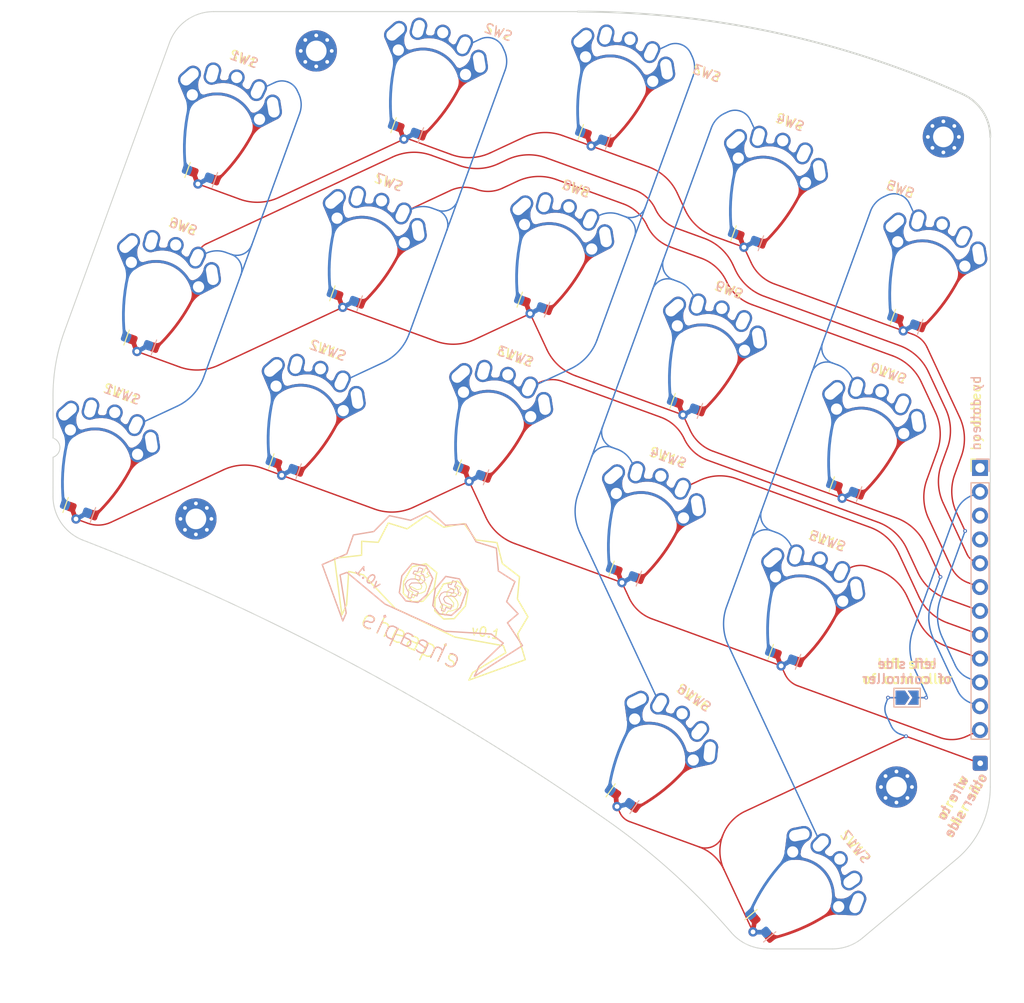
<source format=kicad_pcb>
(kicad_pcb (version 20211014) (generator pcbnew)
  (layers (0 "F.Cu" signal) (31 "B.Cu" signal) (34 "B.Paste" user) (35 "F.Paste" user) (36 "B.SilkS" user "B.Silkscreen") (37 "F.SilkS" user "F.Silkscreen") (38 "B.Mask" user) (39 "F.Mask" user) (44 "Edge.Cuts" user))
  (net 0 "")
  (net 1 "row4")
  (net 2 "col1")
  (net 3 "row1")
  (net 4 "col2")
  (net 5 "col3")
  (net 6 "col4")
  (net 7 "col5")
  (net 8 "row2")
  (net 9 "row3")
  (net 13 "Net-(JP1-Pad2)")
  (footprint "dotleon:SW_MX_GATLP_CHOC_reversible" (layer "F.Cu") (at 86.587042 89.089731 -20)
    (fp_text reference "SW8")
    (fp_text value "SW_Diode_Combined")
  )
  (footprint "dotleon:SW_MX_GATLP_CHOC_reversible" (layer "F.Cu") (at 97.281338 142.370654 -35)
    (fp_text reference "SW16")
    (fp_text value "SW_Diode_Combined")
  )
  (footprint "dotleon:SW_MX_GATLP_CHOC_reversible" (layer "F.Cu") (at 66.613726 88.413684 -20)
    (fp_text reference "SW7")
    (fp_text value "SW_Diode_Combined")
  )
  (footprint "dotleon:SW_MX_GATLP_CHOC_reversible" (layer "F.Cu") (at 109.376387 82.011262 -20)
    (fp_text reference "SW4")
    (fp_text value "SW_Diode_Combined")
  )
  (footprint "MountingHole:MountingHole_2.2mm_M2_Pad_Via" (layer "F.Cu") (at 48.850157 116.775446)
    (fp_text reference "H3")
    (fp_text value "MountingHole")
  )
  (footprint "dotleon:SW_MX_GATLP_CHOC_reversible" (layer "F.Cu") (at 126.357877 90.924828 -20)
    (fp_text reference "SW5")
    (fp_text value "SW_Diode_Combined")
  )
  (footprint "dotleon:SW_MX_GATLP_CHOC_reversible" (layer "F.Cu") (at 102.877486 99.884389 -20)
    (fp_text reference "SW9")
    (fp_text value "SW_Diode_Combined")
  )
  (footprint "dotleon:promicro_half" (layer "F.Cu") (at 132.426387 111.341261)
    (fp_text reference "U1")
    (fp_text value "ProMicro")
  )
  (footprint "MountingHole:MountingHole_2.2mm_M2_Pad_Via" (layer "F.Cu") (at 123.519877 145.352724)
    (fp_text reference "H4")
    (fp_text value "MountingHole")
  )
  (footprint "Jumper:SolderJumper-2_P1.3mm_Open_TrianglePad1.0x1.5mm" (layer "F.Cu") (at 124.650387 135.827262)
    (fp_text reference "JP2")
    (fp_text value "SolderJumper_2_Open")
  )
  (footprint "dotleon:SW_MX_GATLP_CHOC_reversible" (layer "F.Cu") (at 119.844121 108.76275 -20)
    (fp_text reference "SW10")
    (fp_text value "SW_Diode_Combined")
  )
  (footprint "MountingHole:MountingHole_2.2mm_M2_Pad_Via" (layer "F.Cu") (at 61.675328 66.896167)
    (fp_text reference "H1")
    (fp_text value "MountingHole")
  )
  (footprint "dotleon:SW_MX_GATLP_CHOC_reversible" (layer "F.Cu") (at 113.339573 126.633849 -20)
    (fp_text reference "SW15")
    (fp_text value "SW_Diode_Combined")
  )
  (footprint "dotleon:SW_MX_GATLP_CHOC_reversible" (layer "F.Cu") (at 51.179015 75.267916 -20)
    (fp_text reference "SW1")
    (fp_text value "SW_Diode_Combined")
  )
  (footprint "dotleon:SW_MX_GATLP_CHOC_reversible" (layer "F.Cu") (at 93.09158 71.218657 -20)
    (fp_text reference "SW3")
    (fp_text value "SW_Diode_Combined")
  )
  (footprint "Connector_Wire:SolderWire-0.1sqmm_1x01_D0.4mm_OD1mm" (layer "F.Cu") (at 132.446386 142.821262)
    (fp_text reference "J1")
    (fp_text value "Conn_01x01")
  )
  (footprint "MountingHole:MountingHole_2.2mm_M2_Pad_Via" (layer "F.Cu") (at 128.519877 76.062098)
    (fp_text reference "H2")
    (fp_text value "MountingHole")
  )
  (footprint "dotleon:SW_MX_GATLP_CHOC_reversible" (layer "F.Cu") (at 112.962957 156.821847 -50)
    (fp_text reference "SW17")
    (fp_text value "SW_Diode_Combined")
  )
  (footprint "dotleon:SW_MX_GATLP_CHOC_reversible" (layer "F.Cu") (at 73.137418 70.489987 -20)
    (fp_text reference "SW2")
    (fp_text value "SW_Diode_Combined")
  )
  (footprint "dotleon:SW_MX_GATLP_CHOC_reversible" (layer "F.Cu") (at 96.372938 117.755486 -20)
    (fp_text reference "SW14")
    (fp_text value "SW_Diode_Combined")
  )
  (footprint "dotleon:SW_MX_GATLP_CHOC_reversible" (layer "F.Cu") (at 80.082495 106.960829 -20)
    (fp_text reference "SW13")
    (fp_text value "SW_Diode_Combined")
  )
  (footprint "dotleon:SW_MX_GATLP_CHOC_reversible" (layer "F.Cu") (at 44.680625 93.122099 -20)
    (fp_text reference "SW6")
    (fp_text value "SW_Diode_Combined")
  )
  (footprint "dotleon:SW_MX_GATLP_CHOC_reversible" (layer "F.Cu") (at 60.105751 106.317588 -20)
    (fp_text reference "SW12")
    (fp_text value "SW_Diode_Combined")
  )
  (footprint "dotleon:SW_MX_GATLP_CHOC_reversible_sideofpcb" (layer "F.Cu") (at 38.182241 110.976259 -20)
    (fp_text reference "SW11")
    (fp_text value "SW_Diode_Combined")
  )
  (footprint "Jumper:SolderJumper-2_P1.3mm_Open_TrianglePad1.0x1.5mm" (layer "B.Cu") (at 124.650387 135.827262)
    (fp_text reference "JP1")
    (fp_text value "SolderJumper_2_Open")
  )
  (gr_poly (pts (xy 75.475668 122.903522) (xy 74.36586 124.225766) (xy 74.09744 126.010688) (xy 74.788104 126.894421) (xy 76.077334 127.061405) (xy 77.023742 126.222175) (xy 77.663938 124.513331) (xy 76.938106 123.17051)) (layer "B.SilkS") (width 0.15) (fill none))
  (gr_poly (pts (xy 76.212132 123.359441) (xy 76.070709 123.78371) (xy 75.717157 123.712996) (xy 75.779663 124.081503) (xy 76.274638 124.293635) (xy 76.353553 124.49081) (xy 76.282843 124.702944) (xy 75.717156 124.561522) (xy 75.329492 124.556704) (xy 75.006288 124.716511) (xy 74.758684 125.145378) (xy 74.86863 125.551473) (xy 75.010048 125.834319) (xy 75.151471 125.975737) (xy 75.010049 126.541423) (xy 75.363603 126.612136) (xy 75.505025 126.187869) (xy 76 126.4) (xy 76.141419 125.975737) (xy 75.434314 125.692895) (xy 75.239303 125.312921) (xy 75.389303 125.053114) (xy 76 124.985787) (xy 76.494973 125.056497) (xy 76.848526 124.702942) (xy 76.707104 124.137257) (xy 76.424262 123.995839) (xy 76.636395 123.500863)) (layer "B.SilkS") (width 0.1) (fill none))
  (gr_poly (pts (xy 71.907783 121.526598) (xy 70.797974 122.848841) (xy 70.529549 124.633762) (xy 71.220218 125.517496) (xy 72.509447 125.684481) (xy 73.455858 124.845251) (xy 74.096053 123.136406) (xy 73.370219 121.793584)) (layer "B.SilkS") (width 0.15) (fill none))
  (gr_poly (pts (xy 75.464285 117.461853) (xy 73.80903 115.928841) (xy 71.733195 116.92429) (xy 69.477943 116.430507) (xy 67.808327 118.122367) (xy 65.63608 118.484799) (xy 64.932494 120.503454) (xy 62.310251 121.645317) (xy 64.503775 127.646016) (xy 64.867171 126.816594) (xy 64.215506 122.745315) (xy 64.948517 122.475699) (xy 69.001852 125.85512) (xy 75.414027 128.748902) (xy 80.324539 129.043645) (xy 81.61018 130.016851) (xy 79.044153 132.461337) (xy 78.530758 133.550569) (xy 83.655626 130.274032) (xy 82.053963 127.848198) (xy 83.186974 126.885762) (xy 81.964733 125.602749) (xy 82.854925 123.46089) (xy 81.086271 122.324288) (xy 80.873834 119.892239) (xy 78.71858 119.225252) (xy 77.623134 117.322626)) (layer "B.SilkS") (width 0.15) (fill none))
  (gr_poly (pts (xy 72.624857 121.969204) (xy 72.483437 122.393471) (xy 72.129879 122.322759) (xy 71.988459 122.6056) (xy 72.695567 122.888442) (xy 72.766277 123.100577) (xy 72.695565 123.312705) (xy 72.12988 123.171285) (xy 71.719904 123.195551) (xy 71.3967 123.355357) (xy 71.139935 123.736971) (xy 71.281353 124.161234) (xy 71.422777 124.444077) (xy 71.564196 124.585501) (xy 71.422774 125.151185) (xy 71.77633 125.221896) (xy 71.917748 124.79763) (xy 72.412723 125.009764) (xy 72.554147 124.585501) (xy 71.847037 124.302658) (xy 71.564194 123.878394) (xy 71.829711 123.605358) (xy 72.412722 123.59555) (xy 72.907698 123.66626) (xy 73.261254 123.312708) (xy 73.11983 122.74702) (xy 72.836991 122.6056) (xy 73.049122 122.110626)) (layer "B.SilkS") (width 0.1) (fill none))
  (gr_poly (pts (xy 74.526437 122.5073) (xy 74.226911 124.207384) (xy 73.032118 125.560332) (xy 71.911189 125.599304) (xy 70.954571 124.719032) (xy 70.989119 123.454596) (xy 71.88666 121.865753) (xy 73.381876 121.558624)) (layer "F.SilkS") (width 0.15) (fill none))
  (gr_poly (pts (xy 77.074634 124.09058) (xy 76.840529 124.471627) (xy 77.121961 124.697014) (xy 76.996194 124.987156) (xy 76.325003 124.627288) (xy 76.117048 124.709477) (xy 76 124.9) (xy 76.47195 125.242437) (xy 76.71689 125.572095) (xy 76.802223 125.922405) (xy 76.674935 126.364396) (xy 76.259028 126.528773) (xy 75.951454 126.602245) (xy 75.752215 126.584816) (xy 75.409779 127.056766) (xy 75.12835 126.831378) (xy 75.362454 126.450333) (xy 74.881786 126.207517) (xy 75.115885 125.82647) (xy 75.787077 126.186339) (xy 76.293888 126.130298) (xy 76.332376 125.751396) (xy 75.965137 125.29848) (xy 75.592805 124.964757) (xy 75.636381 124.46666) (xy 76.160629 124.211379) (xy 76.450768 124.337143) (xy 76.693586 123.856478)) (layer "F.SilkS") (width 0.1) (fill none))
  (gr_poly (pts (xy 73.703793 122.236195) (xy 73.46969 122.617245) (xy 73.751119 122.842629) (xy 73.428647 123.031616) (xy 72.947982 122.788801) (xy 72.746211 122.855091) (xy 72.629159 123.045614) (xy 73.10111 123.388051) (xy 73.353987 123.681921) (xy 73.439319 124.032231) (xy 73.269945 124.49758) (xy 72.888187 124.674389) (xy 72.580612 124.747863) (xy 72.381375 124.73043) (xy 72.038938 125.202381) (xy 71.75751 124.976996) (xy 71.991612 124.595949) (xy 71.510945 124.353131) (xy 71.745048 123.972086) (xy 72.416237 124.331953) (xy 72.832663 124.237099) (xy 72.935269 123.955191) (xy 72.594296 123.444093) (xy 72.221966 123.110373) (xy 72.265545 122.612275) (xy 72.78979 122.356995) (xy 73.07993 122.482761) (xy 73.322747 122.002095)) (layer "F.SilkS") (width 0.1) (fill none))
  (gr_poly (pts (xy 77.874615 124.355389) (xy 77.575089 126.055473) (xy 76.3803 127.408423) (xy 75.259369 127.447392) (xy 74.302749 126.567121) (xy 74.337296 125.302683) (xy 75.234838 123.713842) (xy 76.730056 123.406714)) (layer "F.SilkS") (width 0.15) (fill none))
  (gr_poly (pts (xy 78.702315 119.018183) (xy 80.940647 119.30078) (xy 81.512411 121.530825) (xy 83.340319 122.941051) (xy 83.117488 125.307557) (xy 84.23614 127.204562) (xy 83.142019 129.041106) (xy 83.952848 131.783835) (xy 77.946073 133.960675) (xy 78.347861 133.149153) (xy 81.885524 131.03139) (xy 81.620891 130.296565) (xy 76.426673 129.363782) (xy 70.088239 126.311858) (xy 66.706037 122.739645) (xy 65.134123 122.380351) (xy 64.910948 125.917326) (xy 64.406553 127.010756) (xy 63.622323 120.97876) (xy 66.510151 120.646411) (xy 66.519134 119.159831) (xy 68.287619 119.271418) (xy 69.356174 117.21273) (xy 71.363731 117.837006) (xy 73.36334 116.436449) (xy 75.259654 117.658738) (xy 77.421289 117.274914)) (layer "F.SilkS") (width 0.15) (fill none))
  (gr_line (start 50.7388 62.705987) (end 89.560457 62.705987) (layer "Edge.Cuts") (width 0.1))
  (gr_arc (start 92.69345 148.92163) (mid 99.67823 154.491016) (end 105.926009 160.87619) (layer "Edge.Cuts") (width 0.1))
  (gr_line (start 33.626386 108.161262) (end 33.620242 103.646355) (layer "Edge.Cuts") (width 0.1))
  (gr_line (start 133.519877 76.062098) (end 133.519877 145.352724) (layer "Edge.Cuts") (width 0.1))
  (gr_line (start 129.947753 153.013169) (end 119.909731 161.436069) (layer "Edge.Cuts") (width 0.1))
  (gr_arc (start 89.560457 62.705987) (mid 110.531754 64.929688) (end 130.570373 71.501893) (layer "Edge.Cuts") (width 0.2))
  (gr_arc (start 133.519877 145.352724) (mid 132.582954 149.578906) (end 129.947753 153.013169) (layer "Edge.Cuts") (width 0.1))
  (gr_arc (start 130.570373 71.501893) (mid 132.718239 73.346631) (end 133.519877 76.062098) (layer "Edge.Cuts") (width 0.2))
  (gr_line (start 34.82639 96.805952) (end 46.040337 65.995886) (layer "Edge.Cuts") (width 0.1))
  (gr_arc (start 46.040337 65.995886) (mid 47.870914 63.61022) (end 50.7388 62.705987) (layer "Edge.Cuts") (width 0.1))
  (gr_arc (start 33.620242 103.646355) (mid 33.924089 100.173392) (end 34.82639 96.805952) (layer "Edge.Cuts") (width 0.1))
  (gr_arc (start 119.909731 161.436069) (mid 118.405895 162.304314) (end 116.695793 162.605847) (layer "Edge.Cuts") (width 0.1))
  (gr_arc (start 109.708185 162.605847) (mid 107.628729 162.152917) (end 105.926009 160.87619) (layer "Edge.Cuts") (width 0.1))
  (gr_line (start 116.695793 162.605847) (end 109.708185 162.605847) (layer "Edge.Cuts") (width 0.1))
  (gr_arc (start 36.809902 119.04064) (mid 65.653201 132.295099) (end 92.69345 148.92163) (layer "Edge.Cuts") (width 0.1))
  (gr_arc (start 33.626386 108.161262) (mid 34.351936 109.181262) (end 33.626386 110.201262) (layer "Edge.Cuts") (width 0.1))
  (gr_arc (start 36.809902 119.04064) (mid 34.494015 117.203729) (end 33.620242 114.379882) (layer "Edge.Cuts") (width 0.1))
  (gr_line (start 33.620242 114.379882) (end 33.626386 110.201262) (layer "Edge.Cuts") (width 0.1))
  (gr_text "left side\nof controller" (at 124.650387 133.033262) (layer "B.SilkS") (effects (font (size 1 1) (thickness 0.2)) (justify mirror)))
  (gr_text "wire to\nother side" (at 130.2 146.9 60) (layer "B.SilkS") (effects (font (size 1 1) (thickness 0.2)) (justify mirror)))
  (gr_text "v0.1" (at 67.226891 122.990828 -40) (layer "B.SilkS") (effects (font (size 1 1)) (justify mirror)))
  (gr_text "by dotleon" (at 132 105.5 90) (layer "B.SilkS") (effects (font (size 1 1)) (justify mirror)))
  (gr_text "cheapis" (at 71.848873 129.585313 -25) (layer "B.SilkS") (effects (font (size 2 2)) (justify mirror)))
  (gr_text "by dotleon" (at 132 105.5 90) (layer "F.SilkS") (effects (font (size 1 1))))
  (gr_text "wire to\nother side" (at 130.2 146.9 60) (layer "F.SilkS") (effects (font (size 1 1) (thickness 0.2))))
  (gr_text "v0.1" (at 79.76177 128.882348 -10) (layer "F.SilkS") (effects (font (size 1 1))))
  (gr_text "cheapis" (at 71.739148 129.580559 -25) (layer "F.SilkS") (effects (font (size 2 2))))
  (gr_text "left side\nof controller" (at 124.650387 133.033262) (layer "F.SilkS") (effects (font (size 1 1) (thickness 0.2))))
  (segment (start 102.490727 151.738442) (end 95.064026 149.035344) (width 0.15) (layer "F.Cu") (net 1))
  (segment (start 124.537415 139.942632) (end 107.404425 147.931875) (width 0.15) (layer "F.Cu") (net 1))
  (segment (start 105.136528 154.162871) (end 108.228802 160.794275) (width 0.15) (layer "F.Cu") (net 1))
  (segment (start 122.618386 135.827262) (end 123.925387 135.827262) (width 0.15) (layer "F.Cu") (net 1))
  (segment (start 94.050921 148.107004) (end 93.736635 147.433014) (width 0.15) (layer "F.Cu") (net 1))
  (segment (start 124.537415 139.942632) (end 132.446386 142.821262) (width 0.15) (layer "F.Cu") (net 1))
  (via (at 122.618386 135.827262) (size 0.4) (drill 0.2) (layers "F.Cu" "B.Cu") (net 1))
  (via (at 124.537415 139.942632) (size 0.4) (drill 0.2) (layers "F.Cu" "B.Cu") (net 1))
  (arc (start 94.050921 148.107004) (mid 94.465145 148.671933) (end 95.064026 149.035344) (width 0.15) (layer "F.Cu") (net 1))
  (arc (start 107.404425 147.931875) (mid 105.929069 149.013651) (end 104.979995 150.577677) (width 0.15) (layer "F.Cu") (net 1))
  (arc (start 105.136528 154.162871) (mid 104.054752 152.687515) (end 102.490727 151.738442) (width 0.15) (layer "F.Cu") (net 1))
  (arc (start 104.979995 150.577677) (mid 104.701691 152.385842) (end 105.136528 154.162871) (width 0.15) (layer "F.Cu") (net 1))
  (arc (start 102.490727 151.738442) (mid 103.975763 151.673603) (end 104.979995 150.577677) (width 0.15) (layer "F.Cu") (net 1))
  (segment (start 122.618386 135.827262) (end 123.925387 135.827262) (width 0.15) (layer "B.Cu") (net 1))
  (segment (start 124.537415 139.942632) (end 123.89829 139.71001) (width 0.15) (layer "B.Cu") (net 1))
  (segment (start 122.618386 135.827262) (end 122.385764 136.466386) (width 0.15) (layer "B.Cu") (net 1))
  (segment (start 122.440582 137.721927) (end 122.971726 138.86097) (width 0.15) (layer "B.Cu") (net 1))
  (arc (start 122.971726 138.86097) (mid 123.350566 139.377642) (end 123.89829 139.71001) (width 0.15) (layer "B.Cu") (net 1))
  (arc (start 122.385764 136.466386) (mid 122.288302 137.099609) (end 122.440582 137.721927) (width 0.15) (layer "B.Cu") (net 1))
  (segment (start 69.801876 78.207532) (end 49.953933 87.46278) (width 0.15) (layer "F.Cu") (net 2))
  (segment (start 103.013614 86.864928) (end 100.044476 85.78425) (width 0.15) (layer "F.Cu") (net 2))
  (segment (start 73.962693 78.025868) (end 76.924673 79.10394) (width 0.15) (layer "F.Cu") (net 2))
  (segment (start 106.084213 89.678613) (end 106.342656 90.232845) (width 0.15) (layer "F.Cu") (net 2))
  (segment (start 82.037052 78.478553) (end 81.08549 78.922275) (width 0.15) (layer "F.Cu") (net 2))
  (segment (start 126.928877 101.117774) (end 128.765175 105.055727) (width 0.15) (layer "F.Cu") (net 2))
  (segment (start 86.19787 78.296889) (end 95.6133 81.723825) (width 0.15) (layer "F.Cu") (net 2))
  (segment (start 128.320747 110.936722) (end 128.94684 109.216544) (width 0.15) (layer "F.Cu") (net 2))
  (segment (start 49.160054 88.329148) (end 48.942544 88.92675) (width 0.15) (layer "F.Cu") (net 2))
  (segment (start 131.04279 120.545398) (end 128.502411 115.097539) (width 0.15) (layer "F.Cu") (net 2))
  (segment (start 123.858278 98.304089) (end 109.413254 93.04653) (width 0.15) (layer "F.Cu") (net 2))
  (segment (start 131.861593 121.295693) (end 132.426387 121.501262) (width 0.15) (layer "F.Cu") (net 2))
  (arc (start 126.928877 101.117774) (mid 125.673415 99.405541) (end 123.858278 98.304089) (width 0.15) (layer "F.Cu") (net 2))
  (arc (start 128.765175 105.055727) (mid 129.269826 107.118067) (end 128.94684 109.216544) (width 0.15) (layer "F.Cu") (net 2))
  (arc (start 131.04279 120.545398) (mid 131.37757 121.001981) (end 131.861593 121.295693) (width 0.15) (layer "F.Cu") (net 2))
  (arc (start 128.320747 110.936722) (mid 127.99776 113.035198) (end 128.502411 115.097539) (width 0.15) (layer "F.Cu") (net 2))
  (arc (start 73.962693 78.025868) (mid 71.864217 77.702881) (end 69.801876 78.207532) (width 0.15) (layer "F.Cu") (net 2))
  (arc (start 106.342656 90.232845) (mid 107.598117 91.945077) (end 109.413254 93.04653) (width 0.15) (layer "F.Cu") (net 2))
  (arc (start 81.08549 78.922275) (mid 79.023149 79.426926) (end 76.924673 79.10394) (width 0.15) (layer "F.Cu") (net 2))
  (arc (start 86.19787 78.296889) (mid 84.099393 77.973902) (end 82.037052 78.478553) (width 0.15) (layer "F.Cu") (net 2))
  (arc (start 106.084213 89.678613) (mid 104.828752 87.966381) (end 103.013614 86.864928) (width 0.15) (layer "F.Cu") (net 2))
  (arc (start 49.953933 87.46278) (mid 49.470827 87.817007) (end 49.160054 88.329148) (width 0.15) (layer "F.Cu") (net 2))
  (arc (start 97.828888 83.754038) (mid 98.734765 84.989497) (end 100.044476 85.78425) (width 0.15) (layer "F.Cu") (net 2))
  (arc (start 97.828888 83.754038) (mid 96.923011 82.518577) (end 95.6133 81.723825) (width 0.15) (layer "F.Cu") (net 2))
  (segment (start 49.669275 101.690749) (end 53.640157 90.780841) (width 0.15) (layer "B.Cu") (net 2))
  (segment (start 55.987721 84.330962) (end 59.904766 73.568967) (width 0.15) (layer "B.Cu") (net 2))
  (segment (start 54.813939 87.555901) (end 53.640157 90.780841) (width 0.15) (layer "B.Cu") (net 2))
  (segment (start 55.987721 84.330962) (end 54.813939 87.555901) (width 0.15) (layer "B.Cu") (net 2))
  (segment (start 52.614577 88.58148) (end 52.018197 88.364415) (width 0.15) (layer "B.Cu") (net 2))
  (segment (start 57.262724 70.260573) (end 55.462275 71.100137) (width 0.15) (layer "B.Cu") (net 2))
  (segment (start 49.955326 88.454482) (end 48.942544 88.92675) (width 0.15) (layer "B.Cu") (net 2))
  (segment (start 59.649894 71.129432) (end 59.81358 71.480457) (width 0.15) (layer "B.Cu") (net 2))
  (segment (start 46.855589 104.761348) (end 42.465501 106.80848) (width 0.15) (layer "B.Cu") (net 2))
  (arc (start 59.81358 71.480457) (mid 60.066888 72.515643) (end 59.904766 73.568967) (width 0.15) (layer "B.Cu") (net 2))
  (arc (start 58.636256 70.200604) (mid 57.943525 70.093982) (end 57.262724 70.260573) (width 0.15) (layer "B.Cu") (net 2))
  (arc (start 59.649894 71.129432) (mid 59.235452 70.564205) (end 58.636256 70.200604) (width 0.15) (layer "B.Cu") (net 2))
  (arc (start 49.669275 101.690749) (mid 48.567822 103.505886) (end 46.855589 104.761348) (width 0.15) (layer "B.Cu") (net 2))
  (arc (start 52.614577 88.58148) (mid 53.926662 88.524193) (end 54.813939 87.555901) (width 0.15) (layer "B.Cu") (net 2))
  (arc (start 52.018197 88.364415) (mid 50.977804 88.204283) (end 49.955326 88.454482) (width 0.15) (layer "B.Cu") (net 2))
  (arc (start 53.640157 90.780841) (mid 53.582869 89.468756) (end 52.614577 88.58148) (width 0.15) (layer "B.Cu") (net 2))
  (segment (start 71.023734 76.297287) (end 71.140112 76.243019) (width 0.15) (layer "F.Cu") (net 3))
  (segment (start 126.776183 98.481364) (end 130.253206 105.937863) (width 0.15) (layer "F.Cu") (net 3))
  (segment (start 97.091397 79.25109) (end 90.977896 77.025958) (width 0.15) (layer "F.Cu") (net 3))
  (segment (start 71.377155 76.232669) (end 76.071618 77.941314) (width 0.15) (layer "F.Cu") (net 3))
  (segment (start 124.244193 96.732129) (end 110.503867 91.731059) (width 0.15) (layer "F.Cu") (net 3))
  (segment (start 104.060021 86.652881) (end 107.262703 87.818562) (width 0.15) (layer "F.Cu") (net 3))
  (segment (start 129.73236 112.028814) (end 130.434871 110.09868) (width 0.15) (layer "F.Cu") (net 3))
  (segment (start 124.244193 96.732129) (end 125.277767 97.108319) (width 0.15) (layer "F.Cu") (net 3))
  (segment (start 107.262703 87.818562) (end 108.030114 89.464282) (width 0.15) (layer "F.Cu") (net 3))
  (segment (start 129.909034 116.075305) (end 130.835426 118.06196) (width 0.15) (layer "F.Cu") (net 3))
  (segment (start 87.944642 75.921944) (end 90.977896 77.025958) (width 0.15) (layer "F.Cu") (net 3))
  (segment (start 53.525146 82.698456) (end 49.065331 81.075216) (width 0.15) (layer "F.Cu") (net 3))
  (segment (start 83.783825 76.103608) (end 80.232435 77.759649) (width 0.15) (layer "F.Cu") (net 3))
  (segment (start 71.023734 76.297287) (end 57.685963 82.516791) (width 0.15) (layer "F.Cu") (net 3))
  (segment (start 100.989422 83.839196) (end 100.161996 82.064775) (width 0.15) (layer "F.Cu") (net 3))
  (via (at 130.835426 118.06196) (size 0.4) (drill 0.2) (layers "F.Cu" "B.Cu") (net 3))
  (arc (start 87.944642 75.921944) (mid 85.846166 75.598957) (end 83.783825 76.103608) (width 0.15) (layer "F.Cu") (net 3))
  (arc (start 80.232435 77.759649) (mid 78.170094 78.2643) (end 76.071618 77.941314) (width 0.15) (layer "F.Cu") (net 3))
  (arc (start 71.377155 76.232669) (mid 71.257604 76.214268) (end 71.140112 76.243019) (width 0.15) (layer "F.Cu") (net 3))
  (arc (start 108.030114 89.464282) (mid 109.041546 90.843701) (end 110.503867 91.731059) (width 0.15) (layer "F.Cu") (net 3))
  (arc (start 130.253206 105.937863) (mid 130.757857 108.000203) (end 130.434871 110.09868) (width 0.15) (layer "F.Cu") (net 3))
  (arc (start 100.161996 82.064775) (mid 98.906534 80.352542) (end 97.091397 79.25109) (width 0.15) (layer "F.Cu") (net 3))
  (arc (start 129.73236 112.028814) (mid 129.418248 114.06963) (end 129.909034 116.075305) (width 0.15) (layer "F.Cu") (net 3))
  (arc (start 126.776183 98.481364) (mid 126.163533 97.645815) (end 125.277767 97.108319) (width 0.15) (layer "F.Cu") (net 3))
  (arc (start 57.685963 82.516791) (mid 55.623622 83.021442) (end 53.525146 82.698456) (width 0.15) (layer "F.Cu") (net 3))
  (arc (start 100.989422 83.839196) (mid 102.244883 85.551428) (end 104.060021 86.652881) (width 0.15) (layer "F.Cu") (net 3))
  (segment (start 128.401992 129.4077) (end 129.78698 132.377817) (width 0.15) (layer "B.Cu") (net 3))
  (segment (start 130.835426 118.06196) (end 128.220328 125.246883) (width 0.15) (layer "B.Cu") (net 3))
  (segment (start 131.348964 133.809111) (end 132.426386 134.201261) (width 0.15) (layer "B.Cu") (net 3))
  (arc (start 129.78698 132.377817) (mid 130.425621 133.248812) (end 131.348964 133.809111) (width 0.15) (layer "B.Cu") (net 3))
  (arc (start 128.220328 125.246883) (mid 127.897341 127.345359) (end 128.401992 129.4077) (width 0.15) (layer "B.Cu") (net 3))
  (segment (start 70.890332 84.177983) (end 70.875645 84.218335) (width 0.15) (layer "F.Cu") (net 4))
  (segment (start 81.516429 81.530065) (end 83.112864 80.785637) (width 0.15) (layer "F.Cu") (net 4))
  (segment (start 70.943937 84.119482) (end 75.978428 81.77186) (width 0.15) (layer "F.Cu") (net 4))
  (segment (start 108.097735 93.929868) (end 123.100997 99.390609) (width 0.15) (layer "F.Cu") (net 4))
  (segment (start 126.944774 116.745689) (end 129.358402 121.921731) (width 0.15) (layer "F.Cu") (net 4))
  (segment (start 126.763109 112.584872) (end 127.854862 109.585305) (width 0.15) (layer "F.Cu") (net 4))
  (segment (start 99.431603 87.795956) (end 102.70326 88.986742) (width 0.15) (layer "F.Cu") (net 4))
  (segment (start 126.171596 102.204293) (end 127.673197 105.424488) (width 0.15) (layer "F.Cu") (net 4))
  (segment (start 94.422447 83.20591) (end 87.27368 80.603972) (width 0.15) (layer "F.Cu") (net 4))
  (segment (start 131.174015 123.585435) (end 132.426387 124.041261) (width 0.15) (layer "F.Cu") (net 4))
  (arc (start 105.400498 91.458305) (mid 104.297691 89.954266) (end 102.70326 88.986742) (width 0.15) (layer "F.Cu") (net 4))
  (arc (start 96.927026 85.500934) (mid 95.902991 84.104325) (end 94.422447 83.20591) (width 0.15) (layer "F.Cu") (net 4))
  (arc (start 81.516429 81.530065) (mid 80.143952 81.865909) (end 78.747429 81.650964) (width 0.15) (layer "F.Cu") (net 4))
  (arc (start 126.171596 102.204293) (mid 124.916134 100.492061) (end 123.100997 99.390609) (width 0.15) (layer "F.Cu") (net 4))
  (arc (start 87.27368 80.603972) (mid 85.175204 80.280985) (end 83.112864 80.785637) (width 0.15) (layer "F.Cu") (net 4))
  (arc (start 127.673197 105.424488) (mid 128.177848 107.486828) (end 127.854862 109.585305) (width 0.15) (layer "F.Cu") (net 4))
  (arc (start 105.400498 91.458305) (mid 106.503304 92.962343) (end 108.097735 93.929868) (width 0.15) (layer "F.Cu") (net 4))
  (arc (start 70.943937 84.119482) (mid 70.911316 84.143401) (end 70.890332 84.177983) (width 0.15) (layer "F.Cu") (net 4))
  (arc (start 78.747429 81.650964) (mid 77.350905 81.436017) (end 75.978428 81.77186) (width 0.15) (layer "F.Cu") (net 4))
  (arc (start 126.763109 112.584872) (mid 126.440123 114.683348) (end 126.944774 116.745689) (width 0.15) (layer "F.Cu") (net 4))
  (arc (start 129.358402 121.921731) (mid 130.100743 122.934156) (end 131.174015 123.585435) (width 0.15) (layer "F.Cu") (net 4))
  (arc (start 96.927026 85.500934) (mid 97.95106 86.897541) (end 99.431603 87.795956) (width 0.15) (layer "F.Cu") (net 4))
  (segment (start 79.166402 65.632995) (end 77.365953 66.472559) (width 0.15) (layer "B.Cu") (net 4))
  (segment (start 68.759267 100.13377) (end 64.369179 102.180902) (width 0.15) (layer "B.Cu") (net 4))
  (segment (start 71.904454 83.738594) (end 70.875645 84.218335) (width 0.15) (layer "B.Cu") (net 4))
  (segment (start 81.717258 66.852879) (end 81.553572 66.501854) (width 0.15) (layer "B.Cu") (net 4))
  (segment (start 77.872411 79.755553) (end 76.736605 82.876154) (width 0.15) (layer "B.Cu") (net 4))
  (segment (start 74.6084 83.868552) (end 73.999969 83.647102) (width 0.15) (layer "B.Cu") (net 4))
  (segment (start 76.736605 82.876154) (end 75.600799 85.996756) (width 0.15) (layer "B.Cu") (net 4))
  (segment (start 81.808444 68.941389) (end 77.872411 79.755553) (width 0.15) (layer "B.Cu") (net 4))
  (segment (start 75.600799 85.996756) (end 71.572953 97.063171) (width 0.15) (layer "B.Cu") (net 4))
  (arc (start 73.999969 83.647102) (mid 72.943112 83.484435) (end 71.904454 83.738594) (width 0.15) (layer "B.Cu") (net 4))
  (arc (start 71.572953 97.063171) (mid 70.4715 98.878308) (end 68.759267 100.13377) (width 0.15) (layer "B.Cu") (net 4))
  (arc (start 81.553572 66.501854) (mid 81.13913 65.936627) (end 80.539934 65.573026) (width 0.15) (layer "B.Cu") (net 4))
  (arc (start 81.717258 66.852879) (mid 81.970566 67.888065) (end 81.808444 68.941389) (width 0.15) (layer "B.Cu") (net 4))
  (arc (start 80.539934 65.573026) (mid 79.847203 65.466404) (end 79.166402 65.632995) (width 0.15) (layer "B.Cu") (net 4))
  (arc (start 75.600799 85.996756) (mid 75.545364 84.727121) (end 74.6084 83.868552) (width 0.15) (layer "B.Cu") (net 4))
  (arc (start 74.6084 83.868552) (mid 75.878034 83.813118) (end 76.736605 82.876154) (width 0.15) (layer "B.Cu") (net 4))
  (segment (start 125.791121 122.470144) (end 124.611435 119.940299) (width 0.15) (layer "F.Cu") (net 5))
  (segment (start 87.899831 102.115428) (end 98.38851 105.932995) (width 0.15) (layer "F.Cu") (net 5))
  (segment (start 85.515178 102.219544) (end 84.344414 102.76548) (width 0.15) (layer "F.Cu") (net 5))
  (segment (start 103.397666 110.52304) (end 121.540836 117.126614) (width 0.15) (layer "F.Cu") (net 5))
  (segment (start 128.86172 125.283829) (end 132.426386 126.581262) (width 0.15) (layer "F.Cu") (net 5))
  (arc (start 87.899831 102.115428) (mid 86.697149 101.930317) (end 85.515178 102.219544) (width 0.15) (layer "F.Cu") (net 5))
  (arc (start 125.791121 122.470144) (mid 127.046582 124.182376) (end 128.86172 125.283829) (width 0.15) (layer "F.Cu") (net 5))
  (arc (start 100.893088 108.228018) (mid 101.917122 109.624625) (end 103.397666 110.52304) (width 0.15) (layer "F.Cu") (net 5))
  (arc (start 100.893088 108.228018) (mid 99.869053 106.831409) (end 98.38851 105.932995) (width 0.15) (layer "F.Cu") (net 5))
  (arc (start 124.611435 119.940299) (mid 123.355974 118.228067) (end 121.540836 117.126614) (width 0.15) (layer "F.Cu") (net 5))
  (segment (start 91.873262 84.416743) (end 90.84896 84.894382) (width 0.15) (layer "B.Cu") (net 5))
  (segment (start 88.788641 100.772754) (end 84.398553 102.819887) (width 0.15) (layer "B.Cu") (net 5))
  (segment (start 97.912222 80.365861) (end 101.837818 69.580374) (width 0.15) (layer "B.Cu") (net 5))
  (segment (start 94.588222 84.554453) (end 93.959595 84.325651) (width 0.15) (layer "B.Cu") (net 5))
  (segment (start 99.195776 66.27198) (end 97.395327 67.111544) (width 0.15) (layer "B.Cu") (net 5))
  (segment (start 96.755541 83.543816) (end 95.59886 86.72177) (width 0.15) (layer "B.Cu") (net 5))
  (segment (start 95.59886 86.72177) (end 91.602326 97.702156) (width 0.15) (layer "B.Cu") (net 5))
  (segment (start 101.582945 67.140839) (end 101.746631 67.491864) (width 0.15) (layer "B.Cu") (net 5))
  (segment (start 97.912222 80.365861) (end 96.755541 83.543816) (width 0.15) (layer "B.Cu") (net 5))
  (arc (start 95.59886 86.72177) (mid 95.542407 85.428801) (end 94.588222 84.554453) (width 0.15) (layer "B.Cu") (net 5))
  (arc (start 93.959595 84.325651) (mid 92.907369 84.163698) (end 91.873262 84.416743) (width 0.15) (layer "B.Cu") (net 5))
  (arc (start 94.588222 84.554453) (mid 95.881191 84.498) (end 96.755541 83.543816) (width 0.15) (layer "B.Cu") (net 5))
  (arc (start 101.582945 67.140839) (mid 101.168504 66.575612) (end 100.569307 66.212011) (width 0.15) (layer "B.Cu") (net 5))
  (arc (start 101.746631 67.491864) (mid 101.999939 68.52705) (end 101.837818 69.580374) (width 0.15) (layer "B.Cu") (net 5))
  (arc (start 91.602326 97.702156) (mid 90.500873 99.517293) (end 88.788641 100.772754) (width 0.15) (layer "B.Cu") (net 5))
  (arc (start 100.569307 66.212011) (mid 99.876577 66.105389) (end 99.195776 66.27198) (width 0.15) (layer "B.Cu") (net 5))
  (segment (start 106.471192 112.493055) (end 120.703405 117.673156) (width 0.15) (layer "F.Cu") (net 6))
  (segment (start 125.902088 125.050532) (end 123.774004 120.486841) (width 0.15) (layer "F.Cu") (net 6))
  (segment (start 128.972686 127.864218) (end 132.426386 129.121262) (width 0.15) (layer "F.Cu") (net 6))
  (segment (start 102.556704 112.663965) (end 100.634857 113.560137) (width 0.15) (layer "F.Cu") (net 6))
  (arc (start 125.902088 125.050532) (mid 127.157548 126.762764) (end 128.972686 127.864218) (width 0.15) (layer "F.Cu") (net 6))
  (arc (start 123.774004 120.486841) (mid 122.518542 118.774609) (end 120.703405 117.673156) (width 0.15) (layer "F.Cu") (net 6))
  (arc (start 106.471192 112.493055) (mid 104.49695 112.189189) (end 102.556704 112.663965) (width 0.15) (layer "F.Cu") (net 6))
  (segment (start 91.015606 110.192221) (end 92.194923 106.952075) (width 0.15) (layer "B.Cu") (net 6))
  (segment (start 97.522213 92.315466) (end 93.374239 103.711929) (width 0.15) (layer "B.Cu") (net 6))
  (segment (start 93.374239 103.711929) (end 92.194923 106.952075) (width 0.15) (layer "B.Cu") (net 6))
  (segment (start 107.941489 74.256082) (end 108.781054 76.056533) (width 0.15) (layer "B.Cu") (net 6))
  (segment (start 95.327035 110.777505) (end 95.804836 111.802154) (width 0.15) (layer "B.Cu") (net 6))
  (segment (start 101.830993 92.905142) (end 102.309385 93.931057) (width 0.15) (layer "B.Cu") (net 6))
  (segment (start 100.288895 91.49207) (end 99.726759 91.287469) (width 0.15) (layer "B.Cu") (net 6))
  (segment (start 97.522213 92.315466) (end 98.698762 89.082923) (width 0.15) (layer "B.Cu") (net 6))
  (segment (start 93.225337 109.161806) (end 93.78684 109.366177) (width 0.15) (layer "B.Cu") (net 6))
  (segment (start 89.777554 118.253678) (end 98.273429 136.473142) (width 0.15) (layer "B.Cu") (net 6))
  (segment (start 91.015606 110.192221) (end 89.595889 114.092861) (width 0.15) (layer "B.Cu") (net 6))
  (segment (start 99.875311 85.850381) (end 103.790973 75.092188) (width 0.15) (layer "B.Cu") (net 6))
  (segment (start 99.875311 85.850381) (end 98.698762 89.082923) (width 0.15) (layer "B.Cu") (net 6))
  (segment (start 105.554319 73.387224) (end 105.203295 73.55091) (width 0.15) (layer "B.Cu") (net 6))
  (arc (start 93.225337 109.161806) (mid 91.907065 109.219363) (end 91.015606 110.192221) (width 0.15) (layer "B.Cu") (net 6))
  (arc (start 105.203295 73.55091) (mid 104.343844 74.181084) (end 103.790973 75.092188) (width 0.15) (layer "B.Cu") (net 6))
  (arc (start 107.941489 74.256082) (mid 107.527047 73.690855) (end 106.927851 73.327254) (width 0.15) (layer "B.Cu") (net 6))
  (arc (start 99.726759 91.287469) (mid 98.41158 91.344891) (end 97.522213 92.315466) (width 0.15) (layer "B.Cu") (net 6))
  (arc (start 95.327035 110.777505) (mid 94.697303 109.918659) (end 93.78684 109.366177) (width 0.15) (layer "B.Cu") (net 6))
  (arc (start 92.194923 106.952075) (mid 92.252479 108.270346) (end 93.225337 109.161806) (width 0.15) (layer "B.Cu") (net 6))
  (arc (start 98.698762 89.082923) (mid 98.756184 90.398101) (end 99.726759 91.287469) (width 0.15) (layer "B.Cu") (net 6))
  (arc (start 106.927851 73.327254) (mid 106.23512 73.220632) (end 105.554319 73.387224) (width 0.15) (layer "B.Cu") (net 6))
  (arc (start 89.595889 114.092861) (mid 89.272903 116.191337) (end 89.777554 118.253678) (width 0.15) (layer "B.Cu") (net 6))
  (arc (start 101.830993 92.905142) (mid 101.200482 92.045234) (end 100.288895 91.49207) (width 0.15) (layer "B.Cu") (net 6))
  (segment (start 124.638398 125.017593) (end 125.825115 127.562516) (width 0.15) (layer "F.Cu") (net 7))
  (segment (start 118.587689 121.978628) (end 117.601492 122.4385) (width 0.15) (layer "F.Cu") (net 7))
  (segment (start 128.895714 130.376202) (end 132.426386 131.661261) (width 0.15) (layer "F.Cu") (net 7))
  (segment (start 120.596412 121.890926) (end 121.641254 122.271217) (width 0.15) (layer "F.Cu") (net 7))
  (arc (start 124.638398 125.017593) (mid 123.41297 123.34632) (end 121.641254 122.271217) (width 0.15) (layer "F.Cu") (net 7))
  (arc (start 125.825115 127.562516) (mid 127.080576 129.274748) (end 128.895714 130.376202) (width 0.15) (layer "F.Cu") (net 7))
  (arc (start 120.596412 121.890926) (mid 119.583329 121.734997) (end 118.587689 121.978628) (width 0.15) (layer "F.Cu") (net 7))
  (segment (start 110.745324 118.234699) (end 110.176271 118.027581) (width 0.15) (layer "B.Cu") (net 7))
  (segment (start 116.824906 94.765204) (end 120.745875 83.992431) (width 0.15) (layer "B.Cu") (net 7))
  (segment (start 105.418657 126.103616) (end 107.986428 119.048722) (width 0.15) (layer "B.Cu") (net 7))
  (segment (start 112.29174 119.651728) (end 112.771472 120.680517) (width 0.15) (layer "B.Cu") (net 7))
  (segment (start 122.50922 82.287467) (end 122.158196 82.451153) (width 0.15) (layer "B.Cu") (net 7))
  (segment (start 124.89639 83.156325) (end 125.735955 84.956776) (width 0.15) (layer "B.Cu") (net 7))
  (segment (start 114.493035 101.171966) (end 110.323833 112.626754) (width 0.15) (layer "B.Cu") (net 7))
  (segment (start 105.600321 130.264433) (end 115.447633 151.38206) (width 0.15) (layer "B.Cu") (net 7))
  (segment (start 116.824906 94.765204) (end 115.65897 97.968585) (width 0.15) (layer "B.Cu") (net 7))
  (segment (start 110.323833 112.626754) (end 109.155131 115.837738) (width 0.15) (layer "B.Cu") (net 7))
  (segment (start 118.795698 101.779364) (end 119.27602 102.809418) (width 0.15) (layer "B.Cu") (net 7))
  (segment (start 107.986428 119.048722) (end 109.155131 115.837738) (width 0.15) (layer "B.Cu") (net 7))
  (segment (start 114.493035 101.171966) (end 115.65897 97.968585) (width 0.15) (layer "B.Cu") (net 7))
  (segment (start 116.677693 100.153244) (end 117.24738 100.360593) (width 0.15) (layer "B.Cu") (net 7))
  (arc (start 109.155131 115.837738) (mid 109.212169 117.144144) (end 110.176271 118.027581) (width 0.15) (layer "B.Cu") (net 7))
  (arc (start 105.418657 126.103616) (mid 105.09567 128.202091) (end 105.600321 130.264433) (width 0.15) (layer "B.Cu") (net 7))
  (arc (start 112.29174 119.651728) (mid 111.659464 118.789413) (end 110.745324 118.234699) (width 0.15) (layer "B.Cu") (net 7))
  (arc (start 124.89639 83.156325) (mid 124.481948 82.591099) (end 123.882752 82.227498) (width 0.15) (layer "B.Cu") (net 7))
  (arc (start 115.65897 97.968585) (mid 115.715874 99.271899) (end 116.677693 100.153244) (width 0.15) (layer "B.Cu") (net 7))
  (arc (start 110.176271 118.027581) (mid 108.869864 118.08462) (end 107.986428 119.048722) (width 0.15) (layer "B.Cu") (net 7))
  (arc (start 118.795698 101.779364) (mid 118.162645 100.915989) (end 117.24738 100.360593) (width 0.15) (layer "B.Cu") (net 7))
  (arc (start 123.882752 82.227498) (mid 123.190021 82.120876) (end 122.50922 82.287467) (width 0.15) (layer "B.Cu") (net 7))
  (arc (start 122.158196 82.451153) (mid 121.298745 83.081327) (end 120.745875 83.992431) (width 0.15) (layer "B.Cu") (net 7))
  (arc (start 116.677693 100.153244) (mid 115.374379 100.210147) (end 114.493035 101.171966) (width 0.15) (layer "B.Cu") (net 7))
  (segment (start 117.730437 114.57005) (end 103.969624 109.561524) (width 0.15) (layer "F.Cu") (net 8))
  (segment (start 100.763801 105.69169) (end 89.323949 101.527924) (width 0.15) (layer "F.Cu") (net 8))
  (segment (start 100.763801 105.69169) (end 101.522845 107.319464) (width 0.15) (layer "F.Cu") (net 8))
  (segment (start 126.585642 119.48916) (end 128.202561 122.956653) (width 0.15) (layer "F.Cu") (net 8))
  (segment (start 84.473357 94.897031) (end 86.25335 98.714238) (width 0.15) (layer "F.Cu") (net 8))
  (segment (start 64.500041 94.220984) (end 51.257087 100.396274) (width 0.15) (layer "F.Cu") (net 8))
  (segment (start 78.574649 97.647643) (end 84.473357 94.897031) (width 0.15) (layer "F.Cu") (net 8))
  (segment (start 123.515043 116.675475) (end 117.730437 114.57005) (width 0.15) (layer "F.Cu") (net 8))
  (segment (start 74.413832 97.829309) (end 64.500041 94.220984) (width 0.15) (layer "F.Cu") (net 8))
  (segment (start 47.09627 100.57794) (end 42.566941 98.929399) (width 0.15) (layer "F.Cu") (net 8))
  (via (at 128.202561 122.956653) (size 0.4) (drill 0.2) (layers "F.Cu" "B.Cu") (net 8))
  (arc (start 86.25335 98.714238) (mid 87.508811 100.42647) (end 89.323949 101.527924) (width 0.15) (layer "F.Cu") (net 8))
  (arc (start 51.257087 100.396274) (mid 49.194746 100.900925) (end 47.09627 100.57794) (width 0.15) (layer "F.Cu") (net 8))
  (arc (start 126.585642 119.48916) (mid 125.330181 117.776927) (end 123.515043 116.675475) (width 0.15) (layer "F.Cu") (net 8))
  (arc (start 78.574649 97.647643) (mid 76.512308 98.152294) (end 74.413832 97.829309) (width 0.15) (layer "F.Cu") (net 8))
  (arc (start 101.522845 107.319464) (mid 102.523247 108.68384) (end 103.969624 109.561524) (width 0.15) (layer "F.Cu") (net 8))
  (segment (start 127.479228 129.60393) (end 130.038001 135.091236) (width 0.15) (layer "B.Cu") (net 8))
  (segment (start 131.451432 136.386408) (end 132.426387 136.741262) (width 0.15) (layer "B.Cu") (net 8))
  (segment (start 128.202561 122.956653) (end 127.297563 125.443113) (width 0.15) (layer "B.Cu") (net 8))
  (arc (start 130.038001 135.091236) (mid 130.615903 135.879395) (end 131.451432 136.386408) (width 0.15) (layer "B.Cu") (net 8))
  (arc (start 127.297563 125.443113) (mid 126.974577 127.541589) (end 127.479228 129.60393) (width 0.15) (layer "B.Cu") (net 8))
  (segment (start 57.992067 112.124888) (end 55.899414 111.363225) (width 0.15) (layer "F.Cu") (net 9))
  (segment (start 37.326848 117.24154) (end 36.068557 116.783559) (width 0.15) (layer "F.Cu") (net 9))
  (segment (start 39.798727 117.133615) (end 51.788455 111.542713) (width 0.15) (layer "F.Cu") (net 9))
  (segment (start 131.007198 139.94304) (end 132.426387 139.281262) (width 0.15) (layer "F.Cu") (net 9))
  (segment (start 111.641607 133.33266) (end 111.225889 132.441149) (width 0.15) (layer "F.Cu") (net 9))
  (segment (start 79.748803 116.585335) (end 77.96881 112.768129) (width 0.15) (layer "F.Cu") (net 9))
  (segment (start 111.225889 132.441149) (end 97.465078 127.432623) (width 0.15) (layer "F.Cu") (net 9))
  (segment (start 112.981676 134.560608) (end 128.116543 140.069249) (width 0.15) (layer "F.Cu") (net 9))
  (segment (start 82.819401 119.399021) (end 94.259253 123.562786) (width 0.15) (layer "F.Cu") (net 9))
  (segment (start 72.029087 115.537867) (end 77.96881 112.768129) (width 0.15) (layer "F.Cu") (net 9))
  (segment (start 67.86827 115.719532) (end 57.992067 112.124888) (width 0.15) (layer "F.Cu") (net 9))
  (segment (start 94.259253 123.562786) (end 95.018297 125.190561) (width 0.15) (layer "F.Cu") (net 9))
  (arc (start 72.029087 115.537867) (mid 69.966746 116.042518) (end 67.86827 115.719532) (width 0.15) (layer "F.Cu") (net 9))
  (arc (start 95.018297 125.190561) (mid 96.0187 126.554939) (end 97.465078 127.432623) (width 0.15) (layer "F.Cu") (net 9))
  (arc (start 39.798727 117.133615) (mid 38.573521 117.43342) (end 37.326848 117.24154) (width 0.15) (layer "F.Cu") (net 9))
  (arc (start 79.748803 116.585335) (mid 81.004263 118.297567) (end 82.819401 119.399021) (width 0.15) (layer "F.Cu") (net 9))
  (arc (start 111.641607 133.33266) (mid 112.189514 134.079912) (end 112.981676 134.560608) (width 0.15) (layer "F.Cu") (net 9))
  (arc (start 55.899414 111.363225) (mid 53.826083 111.044108) (end 51.788455 111.542713) (width 0.15) (layer "F.Cu") (net 9))
  (arc (start 131.007198 139.94304) (mid 129.574422 140.293637) (end 128.116543 140.069249) (width 0.15) (layer "F.Cu") (net 9))
  (segment (start 126.682387 135.827262) (end 125.375387 135.827262) (width 0.15) (layer "F.Cu") (net 13))
  (via (at 126.682387 135.827262) (size 0.4) (drill 0.2) (layers "F.Cu" "B.Cu") (net 13))
  (segment (start 126.682387 135.827262) (end 125.375387 135.827262) (width 0.15) (layer "B.Cu") (net 13))
  (segment (start 131.359276 114.378862) (end 132.426387 113.881261) (width 0.15) (layer "B.Cu") (net 13))
  (segment (start 126.713866 135.491814) (end 125.461999 132.807177) (width 0.15) (layer "B.Cu") (net 13))
  (segment (start 129.889464 115.982882) (end 125.280335 128.64636) (width 0.15) (layer "B.Cu") (net 13))
  (segment (start 126.723572 135.714106) (end 126.682387 135.827262) (width 0.15) (layer "B.Cu") (net 13))
  (arc (start 126.713866 135.491814) (mid 126.740827 135.601995) (end 126.723572 135.714106) (width 0.15) (layer "B.Cu") (net 13))
  (arc (start 131.359276 114.378862) (mid 130.46484 115.034689) (end 129.889464 115.982882) (width 0.15) (layer "B.Cu") (net 13))
  (arc (start 125.280335 128.64636) (mid 124.957348 130.744836) (end 125.461999 132.807177) (width 0.15) (layer "B.Cu") (net 13))
)
</source>
